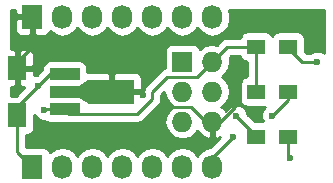
<source format=gbr>
G04 #@! TF.FileFunction,Copper,L2,Bot,Signal*
%FSLAX46Y46*%
G04 Gerber Fmt 4.6, Leading zero omitted, Abs format (unit mm)*
G04 Created by KiCad (PCBNEW 4.0.5+dfsg1-4) date Tue May  1 22:16:52 2018*
%MOMM*%
%LPD*%
G01*
G04 APERTURE LIST*
%ADD10C,0.100000*%
%ADD11R,1.727200X1.727200*%
%ADD12O,1.727200X1.727200*%
%ADD13R,1.600000X2.000000*%
%ADD14R,1.727200X2.032000*%
%ADD15O,1.727200X2.032000*%
%ADD16R,1.500000X1.300000*%
%ADD17R,2.501900X1.000760*%
%ADD18R,4.000500X1.998980*%
%ADD19C,0.600000*%
%ADD20C,0.250000*%
%ADD21C,0.254000*%
G04 APERTURE END LIST*
D10*
D11*
X184150000Y-90170000D03*
D12*
X186690000Y-90170000D03*
X184150000Y-92710000D03*
X186690000Y-92710000D03*
X184150000Y-95250000D03*
X186690000Y-95250000D03*
D13*
X170180000Y-94710000D03*
X170180000Y-90710000D03*
D14*
X171450000Y-99060000D03*
D15*
X173990000Y-99060000D03*
X176530000Y-99060000D03*
X179070000Y-99060000D03*
X181610000Y-99060000D03*
X184150000Y-99060000D03*
X186690000Y-99060000D03*
D14*
X171450000Y-86360000D03*
D15*
X173990000Y-86360000D03*
X176530000Y-86360000D03*
X179070000Y-86360000D03*
X181610000Y-86360000D03*
X184150000Y-86360000D03*
X186690000Y-86360000D03*
D16*
X190420000Y-92710000D03*
X193120000Y-92710000D03*
X190420000Y-88900000D03*
X193120000Y-88900000D03*
X190420000Y-96520000D03*
X193120000Y-96520000D03*
D17*
X174177960Y-94211140D03*
X174177960Y-92710000D03*
X174177960Y-91208860D03*
D18*
X178130200Y-92710000D03*
D10*
G36*
X175406050Y-92209620D02*
X176155350Y-91709240D01*
X176155350Y-93710760D01*
X175406050Y-93210380D01*
X175406050Y-92209620D01*
X175406050Y-92209620D01*
G37*
D19*
X180848000Y-92964000D03*
X182880000Y-93980000D03*
X188595000Y-90805000D03*
X171450000Y-88900000D03*
X195580000Y-90170000D03*
X193294000Y-98298000D03*
X172466000Y-94234000D03*
X191770000Y-94742000D03*
X188468000Y-96520000D03*
X188722000Y-94742000D03*
X171958000Y-92202000D03*
D20*
X186690000Y-95250000D02*
X186182000Y-95250000D01*
X186182000Y-95250000D02*
X184912000Y-93980000D01*
X180594000Y-92710000D02*
X178130200Y-92710000D01*
X180848000Y-92964000D02*
X180594000Y-92710000D01*
X184912000Y-93980000D02*
X182880000Y-93980000D01*
X186690000Y-95250000D02*
X187325000Y-95250000D01*
X187325000Y-95250000D02*
X188595000Y-93980000D01*
X188595000Y-93980000D02*
X188595000Y-90805000D01*
X170180000Y-90710000D02*
X170180000Y-90170000D01*
X170180000Y-90170000D02*
X171450000Y-88900000D01*
X193120000Y-88900000D02*
X193120000Y-88980000D01*
X193120000Y-88980000D02*
X194310000Y-90170000D01*
X194310000Y-90170000D02*
X195580000Y-90170000D01*
X193120000Y-98124000D02*
X193120000Y-96520000D01*
X193294000Y-98298000D02*
X193120000Y-98124000D01*
X186690000Y-90170000D02*
X187960000Y-88900000D01*
X187960000Y-88900000D02*
X190420000Y-88900000D01*
X186690000Y-90170000D02*
X185420000Y-91440000D01*
X180340000Y-94615000D02*
X174581820Y-94615000D01*
X181610000Y-93345000D02*
X180340000Y-94615000D01*
X181610000Y-92710000D02*
X181610000Y-93345000D01*
X182880000Y-91440000D02*
X181610000Y-92710000D01*
X185420000Y-91440000D02*
X182880000Y-91440000D01*
X174581820Y-94615000D02*
X174177960Y-94211140D01*
X172466000Y-94234000D02*
X172488860Y-94211140D01*
X172488860Y-94211140D02*
X174177960Y-94211140D01*
X190420000Y-88900000D02*
X190420000Y-92710000D01*
X193120000Y-92710000D02*
X193120000Y-93392000D01*
X193120000Y-93392000D02*
X191770000Y-94742000D01*
X188468000Y-96520000D02*
X186690000Y-98298000D01*
X186690000Y-98298000D02*
X186690000Y-99060000D01*
X188722000Y-94742000D02*
X190420000Y-96440000D01*
X190420000Y-96440000D02*
X190420000Y-96520000D01*
X170180000Y-94710000D02*
X170180000Y-93980000D01*
X170180000Y-93980000D02*
X171958000Y-92202000D01*
X170180000Y-97790000D02*
X171450000Y-99060000D01*
X170180000Y-94710000D02*
X170180000Y-97790000D01*
X174177960Y-91208860D02*
X172951140Y-91208860D01*
X172951140Y-91208860D02*
X171958000Y-92202000D01*
D21*
G36*
X182736115Y-93283489D02*
X183060971Y-93769670D01*
X183375752Y-93980000D01*
X183060971Y-94190330D01*
X182736115Y-94676511D01*
X182622041Y-95250000D01*
X182736115Y-95823489D01*
X183060971Y-96309670D01*
X183547152Y-96634526D01*
X184120641Y-96748600D01*
X184179359Y-96748600D01*
X184752848Y-96634526D01*
X185239029Y-96309670D01*
X185419992Y-96038839D01*
X185801510Y-96456821D01*
X186330973Y-96704968D01*
X186563000Y-96584469D01*
X186563000Y-95377000D01*
X186543000Y-95377000D01*
X186543000Y-95123000D01*
X186563000Y-95123000D01*
X186563000Y-95103000D01*
X186817000Y-95103000D01*
X186817000Y-95123000D01*
X186837000Y-95123000D01*
X186837000Y-95377000D01*
X186817000Y-95377000D01*
X186817000Y-96584469D01*
X187049027Y-96704968D01*
X187348662Y-96564536D01*
X186498439Y-97414759D01*
X186116511Y-97490729D01*
X185630330Y-97815585D01*
X185420000Y-98130366D01*
X185209670Y-97815585D01*
X184723489Y-97490729D01*
X184150000Y-97376655D01*
X183576511Y-97490729D01*
X183090330Y-97815585D01*
X182880000Y-98130366D01*
X182669670Y-97815585D01*
X182183489Y-97490729D01*
X181610000Y-97376655D01*
X181036511Y-97490729D01*
X180550330Y-97815585D01*
X180340000Y-98130366D01*
X180129670Y-97815585D01*
X179643489Y-97490729D01*
X179070000Y-97376655D01*
X178496511Y-97490729D01*
X178010330Y-97815585D01*
X177800000Y-98130366D01*
X177589670Y-97815585D01*
X177103489Y-97490729D01*
X176530000Y-97376655D01*
X175956511Y-97490729D01*
X175470330Y-97815585D01*
X175260000Y-98130366D01*
X175049670Y-97815585D01*
X174563489Y-97490729D01*
X173990000Y-97376655D01*
X173416511Y-97490729D01*
X172930330Y-97815585D01*
X172920757Y-97829913D01*
X172916762Y-97808683D01*
X172777690Y-97592559D01*
X172565490Y-97447569D01*
X172313600Y-97396560D01*
X170940000Y-97396560D01*
X170940000Y-96357440D01*
X170980000Y-96357440D01*
X171215317Y-96313162D01*
X171431441Y-96174090D01*
X171576431Y-95961890D01*
X171627440Y-95710000D01*
X171627440Y-94652962D01*
X171672883Y-94762943D01*
X171935673Y-95026192D01*
X172279201Y-95168838D01*
X172471767Y-95169006D01*
X172675120Y-95307951D01*
X172927010Y-95358960D01*
X174501182Y-95358960D01*
X174581820Y-95375000D01*
X180340000Y-95375000D01*
X180630839Y-95317148D01*
X180877401Y-95152401D01*
X182147401Y-93882401D01*
X182312148Y-93635840D01*
X182370000Y-93345000D01*
X182370000Y-93024802D01*
X182632454Y-92762348D01*
X182736115Y-93283489D01*
X182736115Y-93283489D01*
G37*
X182736115Y-93283489D02*
X183060971Y-93769670D01*
X183375752Y-93980000D01*
X183060971Y-94190330D01*
X182736115Y-94676511D01*
X182622041Y-95250000D01*
X182736115Y-95823489D01*
X183060971Y-96309670D01*
X183547152Y-96634526D01*
X184120641Y-96748600D01*
X184179359Y-96748600D01*
X184752848Y-96634526D01*
X185239029Y-96309670D01*
X185419992Y-96038839D01*
X185801510Y-96456821D01*
X186330973Y-96704968D01*
X186563000Y-96584469D01*
X186563000Y-95377000D01*
X186543000Y-95377000D01*
X186543000Y-95123000D01*
X186563000Y-95123000D01*
X186563000Y-95103000D01*
X186817000Y-95103000D01*
X186817000Y-95123000D01*
X186837000Y-95123000D01*
X186837000Y-95377000D01*
X186817000Y-95377000D01*
X186817000Y-96584469D01*
X187049027Y-96704968D01*
X187348662Y-96564536D01*
X186498439Y-97414759D01*
X186116511Y-97490729D01*
X185630330Y-97815585D01*
X185420000Y-98130366D01*
X185209670Y-97815585D01*
X184723489Y-97490729D01*
X184150000Y-97376655D01*
X183576511Y-97490729D01*
X183090330Y-97815585D01*
X182880000Y-98130366D01*
X182669670Y-97815585D01*
X182183489Y-97490729D01*
X181610000Y-97376655D01*
X181036511Y-97490729D01*
X180550330Y-97815585D01*
X180340000Y-98130366D01*
X180129670Y-97815585D01*
X179643489Y-97490729D01*
X179070000Y-97376655D01*
X178496511Y-97490729D01*
X178010330Y-97815585D01*
X177800000Y-98130366D01*
X177589670Y-97815585D01*
X177103489Y-97490729D01*
X176530000Y-97376655D01*
X175956511Y-97490729D01*
X175470330Y-97815585D01*
X175260000Y-98130366D01*
X175049670Y-97815585D01*
X174563489Y-97490729D01*
X173990000Y-97376655D01*
X173416511Y-97490729D01*
X172930330Y-97815585D01*
X172920757Y-97829913D01*
X172916762Y-97808683D01*
X172777690Y-97592559D01*
X172565490Y-97447569D01*
X172313600Y-97396560D01*
X170940000Y-97396560D01*
X170940000Y-96357440D01*
X170980000Y-96357440D01*
X171215317Y-96313162D01*
X171431441Y-96174090D01*
X171576431Y-95961890D01*
X171627440Y-95710000D01*
X171627440Y-94652962D01*
X171672883Y-94762943D01*
X171935673Y-95026192D01*
X172279201Y-95168838D01*
X172471767Y-95169006D01*
X172675120Y-95307951D01*
X172927010Y-95358960D01*
X174501182Y-95358960D01*
X174581820Y-95375000D01*
X180340000Y-95375000D01*
X180630839Y-95317148D01*
X180877401Y-95152401D01*
X182147401Y-93882401D01*
X182312148Y-93635840D01*
X182370000Y-93345000D01*
X182370000Y-93024802D01*
X182632454Y-92762348D01*
X182736115Y-93283489D01*
G36*
X189066838Y-89785317D02*
X189205910Y-90001441D01*
X189418110Y-90146431D01*
X189660000Y-90195415D01*
X189660000Y-91414442D01*
X189434683Y-91456838D01*
X189218559Y-91595910D01*
X189073569Y-91808110D01*
X189022560Y-92060000D01*
X189022560Y-93360000D01*
X189066838Y-93595317D01*
X189205910Y-93811441D01*
X189418110Y-93956431D01*
X189670000Y-94007440D01*
X191170000Y-94007440D01*
X191185277Y-94004565D01*
X190977808Y-94211673D01*
X190835162Y-94555201D01*
X190834838Y-94927167D01*
X190956892Y-95222560D01*
X190277362Y-95222560D01*
X189657122Y-94602320D01*
X189657162Y-94556833D01*
X189515117Y-94213057D01*
X189252327Y-93949808D01*
X188908799Y-93807162D01*
X188536833Y-93806838D01*
X188193057Y-93948883D01*
X187929808Y-94211673D01*
X187868047Y-94360410D01*
X187578490Y-94043179D01*
X187455772Y-93985664D01*
X187779029Y-93769670D01*
X188103885Y-93283489D01*
X188217959Y-92710000D01*
X188103885Y-92136511D01*
X187779029Y-91650330D01*
X187464248Y-91440000D01*
X187779029Y-91229670D01*
X188103885Y-90743489D01*
X188217959Y-90170000D01*
X188142775Y-89792027D01*
X188274802Y-89660000D01*
X189043258Y-89660000D01*
X189066838Y-89785317D01*
X189066838Y-89785317D01*
G37*
X189066838Y-89785317D02*
X189205910Y-90001441D01*
X189418110Y-90146431D01*
X189660000Y-90195415D01*
X189660000Y-91414442D01*
X189434683Y-91456838D01*
X189218559Y-91595910D01*
X189073569Y-91808110D01*
X189022560Y-92060000D01*
X189022560Y-93360000D01*
X189066838Y-93595317D01*
X189205910Y-93811441D01*
X189418110Y-93956431D01*
X189670000Y-94007440D01*
X191170000Y-94007440D01*
X191185277Y-94004565D01*
X190977808Y-94211673D01*
X190835162Y-94555201D01*
X190834838Y-94927167D01*
X190956892Y-95222560D01*
X190277362Y-95222560D01*
X189657122Y-94602320D01*
X189657162Y-94556833D01*
X189515117Y-94213057D01*
X189252327Y-93949808D01*
X188908799Y-93807162D01*
X188536833Y-93806838D01*
X188193057Y-93948883D01*
X187929808Y-94211673D01*
X187868047Y-94360410D01*
X187578490Y-94043179D01*
X187455772Y-93985664D01*
X187779029Y-93769670D01*
X188103885Y-93283489D01*
X188217959Y-92710000D01*
X188103885Y-92136511D01*
X187779029Y-91650330D01*
X187464248Y-91440000D01*
X187779029Y-91229670D01*
X188103885Y-90743489D01*
X188217959Y-90170000D01*
X188142775Y-89792027D01*
X188274802Y-89660000D01*
X189043258Y-89660000D01*
X189066838Y-89785317D01*
G36*
X169951400Y-86074250D02*
X170110150Y-86233000D01*
X171323000Y-86233000D01*
X171323000Y-86213000D01*
X171577000Y-86213000D01*
X171577000Y-86233000D01*
X171597000Y-86233000D01*
X171597000Y-86487000D01*
X171577000Y-86487000D01*
X171577000Y-87852250D01*
X171735750Y-88011000D01*
X172439910Y-88011000D01*
X172673299Y-87914327D01*
X172851927Y-87735698D01*
X172915500Y-87582220D01*
X172930330Y-87604415D01*
X173416511Y-87929271D01*
X173990000Y-88043345D01*
X174563489Y-87929271D01*
X175049670Y-87604415D01*
X175260000Y-87289634D01*
X175470330Y-87604415D01*
X175956511Y-87929271D01*
X176530000Y-88043345D01*
X177103489Y-87929271D01*
X177589670Y-87604415D01*
X177800000Y-87289634D01*
X178010330Y-87604415D01*
X178496511Y-87929271D01*
X179070000Y-88043345D01*
X179643489Y-87929271D01*
X180129670Y-87604415D01*
X180340000Y-87289634D01*
X180550330Y-87604415D01*
X181036511Y-87929271D01*
X181610000Y-88043345D01*
X182183489Y-87929271D01*
X182669670Y-87604415D01*
X182880000Y-87289634D01*
X183090330Y-87604415D01*
X183576511Y-87929271D01*
X184150000Y-88043345D01*
X184723489Y-87929271D01*
X185209670Y-87604415D01*
X185420000Y-87289634D01*
X185630330Y-87604415D01*
X186116511Y-87929271D01*
X186690000Y-88043345D01*
X187263489Y-87929271D01*
X187749670Y-87604415D01*
X188074526Y-87118234D01*
X188188600Y-86544745D01*
X188188600Y-86175255D01*
X188113957Y-85800000D01*
X196140000Y-85800000D01*
X196140000Y-89407533D01*
X196110327Y-89377808D01*
X195766799Y-89235162D01*
X195394833Y-89234838D01*
X195051057Y-89376883D01*
X195017882Y-89410000D01*
X194624802Y-89410000D01*
X194517440Y-89302638D01*
X194517440Y-88250000D01*
X194473162Y-88014683D01*
X194334090Y-87798559D01*
X194121890Y-87653569D01*
X193870000Y-87602560D01*
X192370000Y-87602560D01*
X192134683Y-87646838D01*
X191918559Y-87785910D01*
X191773569Y-87998110D01*
X191770919Y-88011197D01*
X191634090Y-87798559D01*
X191421890Y-87653569D01*
X191170000Y-87602560D01*
X189670000Y-87602560D01*
X189434683Y-87646838D01*
X189218559Y-87785910D01*
X189073569Y-87998110D01*
X189044836Y-88140000D01*
X187960000Y-88140000D01*
X187669160Y-88197852D01*
X187422599Y-88362599D01*
X187048356Y-88736842D01*
X186719359Y-88671400D01*
X186660641Y-88671400D01*
X186087152Y-88785474D01*
X185621558Y-89096574D01*
X185616762Y-89071083D01*
X185477690Y-88854959D01*
X185265490Y-88709969D01*
X185013600Y-88658960D01*
X183286400Y-88658960D01*
X183051083Y-88703238D01*
X182834959Y-88842310D01*
X182689969Y-89054510D01*
X182638960Y-89306400D01*
X182638960Y-90727946D01*
X182589160Y-90737852D01*
X182342599Y-90902599D01*
X181072599Y-92172599D01*
X180907852Y-92419161D01*
X180850000Y-92710000D01*
X180850000Y-93030198D01*
X180765450Y-93114748D01*
X180765450Y-92995750D01*
X180606700Y-92837000D01*
X178257200Y-92837000D01*
X178257200Y-92857000D01*
X178003200Y-92857000D01*
X178003200Y-92837000D01*
X174304960Y-92837000D01*
X174304960Y-92857000D01*
X174050960Y-92857000D01*
X174050960Y-92837000D01*
X174030960Y-92837000D01*
X174030960Y-92583000D01*
X174050960Y-92583000D01*
X174050960Y-92563000D01*
X174304960Y-92563000D01*
X174304960Y-92583000D01*
X178003200Y-92583000D01*
X178003200Y-91234260D01*
X178257200Y-91234260D01*
X178257200Y-92583000D01*
X180606700Y-92583000D01*
X180765450Y-92424250D01*
X180765450Y-91584201D01*
X180668777Y-91350812D01*
X180490149Y-91172183D01*
X180256760Y-91075510D01*
X178415950Y-91075510D01*
X178257200Y-91234260D01*
X178003200Y-91234260D01*
X177844450Y-91075510D01*
X176236761Y-91075510D01*
X176076350Y-91073805D01*
X176076350Y-90708480D01*
X176032072Y-90473163D01*
X175893000Y-90257039D01*
X175680800Y-90112049D01*
X175428910Y-90061040D01*
X172927010Y-90061040D01*
X172691693Y-90105318D01*
X172475569Y-90244390D01*
X172330579Y-90456590D01*
X172279570Y-90708480D01*
X172279570Y-90805628D01*
X171818320Y-91266878D01*
X171772833Y-91266838D01*
X171615000Y-91332053D01*
X171615000Y-90995750D01*
X171456250Y-90837000D01*
X170307000Y-90837000D01*
X170307000Y-92186250D01*
X170465750Y-92345000D01*
X170740198Y-92345000D01*
X170022638Y-93062560D01*
X169620000Y-93062560D01*
X169620000Y-92345000D01*
X169894250Y-92345000D01*
X170053000Y-92186250D01*
X170053000Y-90837000D01*
X170033000Y-90837000D01*
X170033000Y-90583000D01*
X170053000Y-90583000D01*
X170053000Y-89233750D01*
X170307000Y-89233750D01*
X170307000Y-90583000D01*
X171456250Y-90583000D01*
X171615000Y-90424250D01*
X171615000Y-89583691D01*
X171518327Y-89350302D01*
X171339699Y-89171673D01*
X171106310Y-89075000D01*
X170465750Y-89075000D01*
X170307000Y-89233750D01*
X170053000Y-89233750D01*
X169894250Y-89075000D01*
X169620000Y-89075000D01*
X169620000Y-86645750D01*
X169951400Y-86645750D01*
X169951400Y-87502309D01*
X170048073Y-87735698D01*
X170226701Y-87914327D01*
X170460090Y-88011000D01*
X171164250Y-88011000D01*
X171323000Y-87852250D01*
X171323000Y-86487000D01*
X170110150Y-86487000D01*
X169951400Y-86645750D01*
X169620000Y-86645750D01*
X169620000Y-85800000D01*
X169951400Y-85800000D01*
X169951400Y-86074250D01*
X169951400Y-86074250D01*
G37*
X169951400Y-86074250D02*
X170110150Y-86233000D01*
X171323000Y-86233000D01*
X171323000Y-86213000D01*
X171577000Y-86213000D01*
X171577000Y-86233000D01*
X171597000Y-86233000D01*
X171597000Y-86487000D01*
X171577000Y-86487000D01*
X171577000Y-87852250D01*
X171735750Y-88011000D01*
X172439910Y-88011000D01*
X172673299Y-87914327D01*
X172851927Y-87735698D01*
X172915500Y-87582220D01*
X172930330Y-87604415D01*
X173416511Y-87929271D01*
X173990000Y-88043345D01*
X174563489Y-87929271D01*
X175049670Y-87604415D01*
X175260000Y-87289634D01*
X175470330Y-87604415D01*
X175956511Y-87929271D01*
X176530000Y-88043345D01*
X177103489Y-87929271D01*
X177589670Y-87604415D01*
X177800000Y-87289634D01*
X178010330Y-87604415D01*
X178496511Y-87929271D01*
X179070000Y-88043345D01*
X179643489Y-87929271D01*
X180129670Y-87604415D01*
X180340000Y-87289634D01*
X180550330Y-87604415D01*
X181036511Y-87929271D01*
X181610000Y-88043345D01*
X182183489Y-87929271D01*
X182669670Y-87604415D01*
X182880000Y-87289634D01*
X183090330Y-87604415D01*
X183576511Y-87929271D01*
X184150000Y-88043345D01*
X184723489Y-87929271D01*
X185209670Y-87604415D01*
X185420000Y-87289634D01*
X185630330Y-87604415D01*
X186116511Y-87929271D01*
X186690000Y-88043345D01*
X187263489Y-87929271D01*
X187749670Y-87604415D01*
X188074526Y-87118234D01*
X188188600Y-86544745D01*
X188188600Y-86175255D01*
X188113957Y-85800000D01*
X196140000Y-85800000D01*
X196140000Y-89407533D01*
X196110327Y-89377808D01*
X195766799Y-89235162D01*
X195394833Y-89234838D01*
X195051057Y-89376883D01*
X195017882Y-89410000D01*
X194624802Y-89410000D01*
X194517440Y-89302638D01*
X194517440Y-88250000D01*
X194473162Y-88014683D01*
X194334090Y-87798559D01*
X194121890Y-87653569D01*
X193870000Y-87602560D01*
X192370000Y-87602560D01*
X192134683Y-87646838D01*
X191918559Y-87785910D01*
X191773569Y-87998110D01*
X191770919Y-88011197D01*
X191634090Y-87798559D01*
X191421890Y-87653569D01*
X191170000Y-87602560D01*
X189670000Y-87602560D01*
X189434683Y-87646838D01*
X189218559Y-87785910D01*
X189073569Y-87998110D01*
X189044836Y-88140000D01*
X187960000Y-88140000D01*
X187669160Y-88197852D01*
X187422599Y-88362599D01*
X187048356Y-88736842D01*
X186719359Y-88671400D01*
X186660641Y-88671400D01*
X186087152Y-88785474D01*
X185621558Y-89096574D01*
X185616762Y-89071083D01*
X185477690Y-88854959D01*
X185265490Y-88709969D01*
X185013600Y-88658960D01*
X183286400Y-88658960D01*
X183051083Y-88703238D01*
X182834959Y-88842310D01*
X182689969Y-89054510D01*
X182638960Y-89306400D01*
X182638960Y-90727946D01*
X182589160Y-90737852D01*
X182342599Y-90902599D01*
X181072599Y-92172599D01*
X180907852Y-92419161D01*
X180850000Y-92710000D01*
X180850000Y-93030198D01*
X180765450Y-93114748D01*
X180765450Y-92995750D01*
X180606700Y-92837000D01*
X178257200Y-92837000D01*
X178257200Y-92857000D01*
X178003200Y-92857000D01*
X178003200Y-92837000D01*
X174304960Y-92837000D01*
X174304960Y-92857000D01*
X174050960Y-92857000D01*
X174050960Y-92837000D01*
X174030960Y-92837000D01*
X174030960Y-92583000D01*
X174050960Y-92583000D01*
X174050960Y-92563000D01*
X174304960Y-92563000D01*
X174304960Y-92583000D01*
X178003200Y-92583000D01*
X178003200Y-91234260D01*
X178257200Y-91234260D01*
X178257200Y-92583000D01*
X180606700Y-92583000D01*
X180765450Y-92424250D01*
X180765450Y-91584201D01*
X180668777Y-91350812D01*
X180490149Y-91172183D01*
X180256760Y-91075510D01*
X178415950Y-91075510D01*
X178257200Y-91234260D01*
X178003200Y-91234260D01*
X177844450Y-91075510D01*
X176236761Y-91075510D01*
X176076350Y-91073805D01*
X176076350Y-90708480D01*
X176032072Y-90473163D01*
X175893000Y-90257039D01*
X175680800Y-90112049D01*
X175428910Y-90061040D01*
X172927010Y-90061040D01*
X172691693Y-90105318D01*
X172475569Y-90244390D01*
X172330579Y-90456590D01*
X172279570Y-90708480D01*
X172279570Y-90805628D01*
X171818320Y-91266878D01*
X171772833Y-91266838D01*
X171615000Y-91332053D01*
X171615000Y-90995750D01*
X171456250Y-90837000D01*
X170307000Y-90837000D01*
X170307000Y-92186250D01*
X170465750Y-92345000D01*
X170740198Y-92345000D01*
X170022638Y-93062560D01*
X169620000Y-93062560D01*
X169620000Y-92345000D01*
X169894250Y-92345000D01*
X170053000Y-92186250D01*
X170053000Y-90837000D01*
X170033000Y-90837000D01*
X170033000Y-90583000D01*
X170053000Y-90583000D01*
X170053000Y-89233750D01*
X170307000Y-89233750D01*
X170307000Y-90583000D01*
X171456250Y-90583000D01*
X171615000Y-90424250D01*
X171615000Y-89583691D01*
X171518327Y-89350302D01*
X171339699Y-89171673D01*
X171106310Y-89075000D01*
X170465750Y-89075000D01*
X170307000Y-89233750D01*
X170053000Y-89233750D01*
X169894250Y-89075000D01*
X169620000Y-89075000D01*
X169620000Y-86645750D01*
X169951400Y-86645750D01*
X169951400Y-87502309D01*
X170048073Y-87735698D01*
X170226701Y-87914327D01*
X170460090Y-88011000D01*
X171164250Y-88011000D01*
X171323000Y-87852250D01*
X171323000Y-86487000D01*
X170110150Y-86487000D01*
X169951400Y-86645750D01*
X169620000Y-86645750D01*
X169620000Y-85800000D01*
X169951400Y-85800000D01*
X169951400Y-86074250D01*
M02*

</source>
